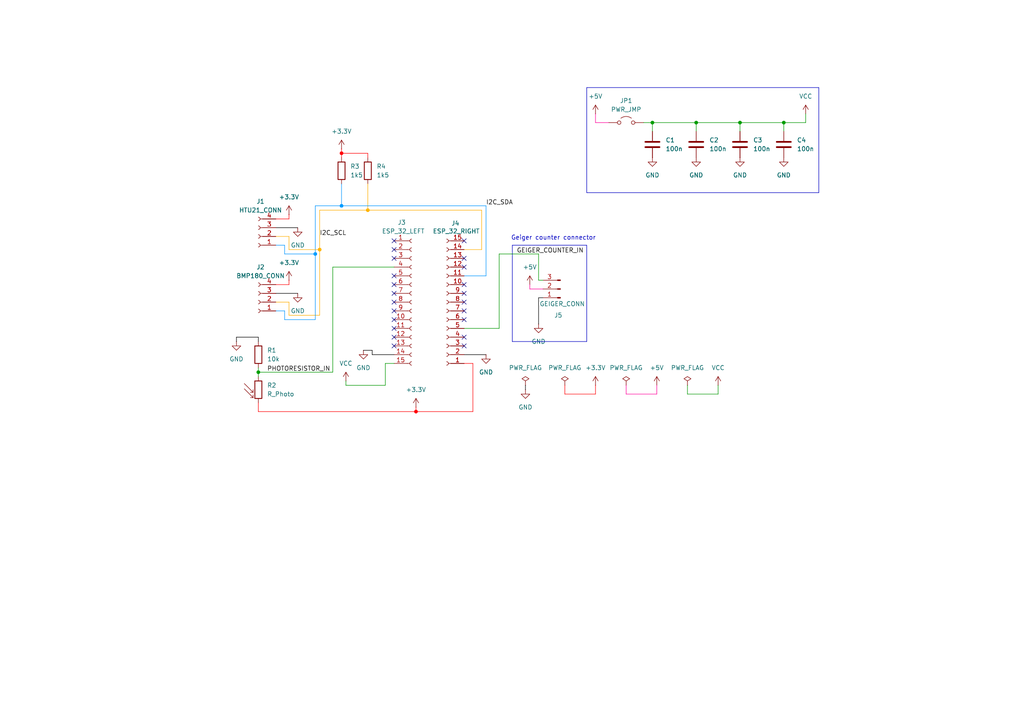
<source format=kicad_sch>
(kicad_sch (version 20250114) (generator "eeschema") (generator_version "9.0")
  (paper "A4")
  (title_block (title "Homepost Dev Board") (date "2025-08-20") (rev "v1.0"))
  (lib_symbols
    (symbol "Connector:Conn_01x03_Pin" (pin_names (offset 1.016) (hide yes))
      (property "Reference" "J" (at 0 5.08 0))
      (property "Value" "Conn_01x03_Pin" (at 0 -5.08 0))
      (symbol "Conn_01x03_Pin_1_1"
        (rectangle (start 0.8636 2.667) (end 0 2.413) (stroke (width 0.1524)) (fill (type outline)))
        (rectangle (start 0.8636 0.127) (end 0 -0.127) (stroke (width 0.1524)) (fill (type outline)))
        (rectangle (start 0.8636 -2.413) (end 0 -2.667) (stroke (width 0.1524)) (fill (type outline)))
        (polyline (pts (xy 1.27 2.54) (xy 0.8636 2.54)) (stroke (width 0.1524)))
        (polyline (pts (xy 1.27 0) (xy 0.8636 0)) (stroke (width 0.1524)))
        (polyline (pts (xy 1.27 -2.54) (xy 0.8636 -2.54)) (stroke (width 0.1524)))
        (pin passive line (at 5.08 2.54 180) (length 3.81) (name "Pin_1") (number "1"))
        (pin passive line (at 5.08 0 180) (length 3.81) (name "Pin_2") (number "2"))
        (pin passive line (at 5.08 -2.54 180) (length 3.81) (name "Pin_3") (number "3"))
      )
    )
    (symbol "Connector:Conn_01x04_Socket" (pin_names (offset 1.016) (hide yes))
      (property "Reference" "J" (at 0 5.08 0))
      (property "Value" "Conn_01x04_Socket" (at 0 -7.62 0))
      (symbol "Conn_01x04_Socket_1_1"
        (polyline (pts (xy -1.27 2.54) (xy -0.508 2.54)) (stroke (width 0.1524)))
        (polyline (pts (xy -1.27 0) (xy -0.508 0)) (stroke (width 0.1524)))
        (polyline (pts (xy -1.27 -2.54) (xy -0.508 -2.54)) (stroke (width 0.1524)))
        (polyline (pts (xy -1.27 -5.08) (xy -0.508 -5.08)) (stroke (width 0.1524)))
        (arc (start 0 2.032) (mid -0.5058 2.54) (end 0 3.048) (stroke (width 0.1524)))
        (arc (start 0 -0.508) (mid -0.5058 0) (end 0 0.508) (stroke (width 0.1524)))
        (arc (start 0 -3.048) (mid -0.5058 -2.54) (end 0 -2.032) (stroke (width 0.1524)))
        (arc (start 0 -5.588) (mid -0.5058 -5.08) (end 0 -4.572) (stroke (width 0.1524)))
        (pin passive line (at -5.08 2.54 0) (length 3.81) (name "Pin_1") (number "1"))
        (pin passive line (at -5.08 0 0) (length 3.81) (name "Pin_2") (number "2"))
        (pin passive line (at -5.08 -2.54 0) (length 3.81) (name "Pin_3") (number "3"))
        (pin passive line (at -5.08 -5.08 0) (length 3.81) (name "Pin_4") (number "4"))
      )
    )
    (symbol "Connector:Conn_01x15_Socket" (pin_names (offset 1.016) (hide yes))
      (property "Reference" "J" (at 0 20.32 0))
      (property "Value" "Conn_01x15_Socket" (at 0 -20.32 0))
      (symbol "Conn_01x15_Socket_1_1"
        (polyline (pts (xy -1.27 17.78) (xy -0.508 17.78)) (stroke (width 0.1524)))
        (polyline (pts (xy -1.27 15.24) (xy -0.508 15.24)) (stroke (width 0.1524)))
        (polyline (pts (xy -1.27 12.7) (xy -0.508 12.7)) (stroke (width 0.1524)))
        (polyline (pts (xy -1.27 10.16) (xy -0.508 10.16)) (stroke (width 0.1524)))
        (polyline (pts (xy -1.27 7.62) (xy -0.508 7.62)) (stroke (width 0.1524)))
        (polyline (pts (xy -1.27 5.08) (xy -0.508 5.08)) (stroke (width 0.1524)))
        (polyline (pts (xy -1.27 2.54) (xy -0.508 2.54)) (stroke (width 0.1524)))
        (polyline (pts (xy -1.27 0) (xy -0.508 0)) (stroke (width 0.1524)))
        (polyline (pts (xy -1.27 -2.54) (xy -0.508 -2.54)) (stroke (width 0.1524)))
        (polyline (pts (xy -1.27 -5.08) (xy -0.508 -5.08)) (stroke (width 0.1524)))
        (polyline (pts (xy -1.27 -7.62) (xy -0.508 -7.62)) (stroke (width 0.1524)))
        (polyline (pts (xy -1.27 -10.16) (xy -0.508 -10.16)) (stroke (width 0.1524)))
        (polyline (pts (xy -1.27 -12.7) (xy -0.508 -12.7)) (stroke (width 0.1524)))
        (polyline (pts (xy -1.27 -15.24) (xy -0.508 -15.24)) (stroke (width 0.1524)))
        (polyline (pts (xy -1.27 -17.78) (xy -0.508 -17.78)) (stroke (width 0.1524)))
        (arc (start 0 17.272) (mid -0.5058 17.78) (end 0 18.288) (stroke (width 0.1524)))
        (arc (start 0 14.732) (mid -0.5058 15.24) (end 0 15.748) (stroke (width 0.1524)))
        (arc (start 0 12.192) (mid -0.5058 12.7) (end 0 13.208) (stroke (width 0.1524)))
        (arc (start 0 9.652) (mid -0.5058 10.16) (end 0 10.668) (stroke (width 0.1524)))
        (arc (start 0 7.112) (mid -0.5058 7.62) (end 0 8.128) (stroke (width 0.1524)))
        (arc (start 0 4.572) (mid -0.5058 5.08) (end 0 5.588) (stroke (width 0.1524)))
        (arc (start 0 2.032) (mid -0.5058 2.54) (end 0 3.048) (stroke (width 0.1524)))
        (arc (start 0 -0.508) (mid -0.5058 0) (end 0 0.508) (stroke (width 0.1524)))
        (arc (start 0 -3.048) (mid -0.5058 -2.54) (end 0 -2.032) (stroke (width 0.1524)))
        (arc (start 0 -5.588) (mid -0.5058 -5.08) (end 0 -4.572) (stroke (width 0.1524)))
        (arc (start 0 -8.128) (mid -0.5058 -7.62) (end 0 -7.112) (stroke (width 0.1524)))
        (arc (start 0 -10.668) (mid -0.5058 -10.16) (end 0 -9.652) (stroke (width 0.1524)))
        (arc (start 0 -13.208) (mid -0.5058 -12.7) (end 0 -12.192) (stroke (width 0.1524)))
        (arc (start 0 -15.748) (mid -0.5058 -15.24) (end 0 -14.732) (stroke (width 0.1524)))
        (arc (start 0 -18.288) (mid -0.5058 -17.78) (end 0 -17.272) (stroke (width 0.1524)))
        (pin passive line (at -5.08 17.78 0) (length 3.81) (name "Pin_1") (number "1"))
        (pin passive line (at -5.08 15.24 0) (length 3.81) (name "Pin_2") (number "2"))
        (pin passive line (at -5.08 12.7 0) (length 3.81) (name "Pin_3") (number "3"))
        (pin passive line (at -5.08 10.16 0) (length 3.81) (name "Pin_4") (number "4"))
        (pin passive line (at -5.08 7.62 0) (length 3.81) (name "Pin_5") (number "5"))
        (pin passive line (at -5.08 5.08 0) (length 3.81) (name "Pin_6") (number "6"))
        (pin passive line (at -5.08 2.54 0) (length 3.81) (name "Pin_7") (number "7"))
        (pin passive line (at -5.08 0 0) (length 3.81) (name "Pin_8") (number "8"))
        (pin passive line (at -5.08 -2.54 0) (length 3.81) (name "Pin_9") (number "9"))
        (pin passive line (at -5.08 -5.08 0) (length 3.81) (name "Pin_10") (number "10"))
        (pin passive line (at -5.08 -7.62 0) (length 3.81) (name "Pin_11") (number "11"))
        (pin passive line (at -5.08 -10.16 0) (length 3.81) (name "Pin_12") (number "12"))
        (pin passive line (at -5.08 -12.7 0) (length 3.81) (name "Pin_13") (number "13"))
        (pin passive line (at -5.08 -15.24 0) (length 3.81) (name "Pin_14") (number "14"))
        (pin passive line (at -5.08 -17.78 0) (length 3.81) (name "Pin_15") (number "15"))
      )
    )
    (symbol "Device:C" (pin_numbers (hide yes)) (pin_names (offset 0.254))
      (property "Reference" "C" (at 0.635 2.54 0))
      (property "Value" "C" (at 0.635 -2.54 0))
      (symbol "C_0_1"
        (polyline (pts (xy -2.032 0.762) (xy 2.032 0.762)) (stroke (width 0.508)))
        (polyline (pts (xy -2.032 -0.762) (xy 2.032 -0.762)) (stroke (width 0.508)))
      )
      (symbol "C_1_1"
        (pin passive line (at 0 3.81 270) (length 2.794) (name "~") (number "1"))
        (pin passive line (at 0 -3.81 90) (length 2.794) (name "~") (number "2"))
      )
    )
    (symbol "Device:R" (pin_numbers (hide yes)) (pin_names (offset 0))
      (property "Reference" "R" (at 2.032 0 90))
      (property "Value" "R" (at 0 0 90))
      (symbol "R_0_1"
        (rectangle (start -1.016 -2.54) (end 1.016 2.54) (stroke (width 0.254)))
      )
      (symbol "R_1_1"
        (pin passive line (at 0 3.81 270) (length 1.27) (name "~") (number "1"))
        (pin passive line (at 0 -3.81 90) (length 1.27) (name "~") (number "2"))
      )
    )
    (symbol "Device:R_Photo" (pin_numbers (hide yes)) (pin_names (offset 0))
      (property "Reference" "R" (at 1.27 1.27 0))
      (property "Value" "R_Photo" (at 1.27 0 0))
      (symbol "R_Photo_0_1"
        (polyline (pts (xy -1.524 -0.762) (xy -4.064 1.778)))
        (polyline (pts (xy -1.524 -0.762) (xy -2.286 -0.762)))
        (polyline (pts (xy -1.524 -0.762) (xy -1.524 0)))
        (polyline (pts (xy -1.524 -2.286) (xy -4.064 0.254)))
        (polyline (pts (xy -1.524 -2.286) (xy -2.286 -2.286)))
        (polyline (pts (xy -1.524 -2.286) (xy -1.524 -1.524)))
        (rectangle (start -1.016 2.54) (end 1.016 -2.54) (stroke (width 0.254)))
      )
      (symbol "R_Photo_1_1"
        (pin passive line (at 0 3.81 270) (length 1.27) (name "~") (number "1"))
        (pin passive line (at 0 -3.81 90) (length 1.27) (name "~") (number "2"))
      )
    )
    (symbol "Jumper:Jumper_2_Open" (pin_numbers (hide yes)) (pin_names (offset 0) (hide yes))
      (property "Reference" "JP" (at 0 2.794 0))
      (property "Value" "Jumper_2_Open" (at 0 -2.286 0))
      (symbol "Jumper_2_Open_0_0"
        (circle (center -2.032 0) (radius 0.508))
        (circle (center 2.032 0) (radius 0.508))
      )
      (symbol "Jumper_2_Open_0_1"
        (arc (start -1.524 1.27) (mid 0 1.778) (end 1.524 1.27))
      )
      (symbol "Jumper_2_Open_1_1"
        (pin passive line (at -5.08 0 0) (length 2.54) (name "A") (number "1"))
        (pin passive line (at 5.08 0 180) (length 2.54) (name "B") (number "2"))
      )
    )
    (symbol "power:+3.3V" (power) (pin_numbers (hide yes)) (pin_names (offset 0) (hide yes))
      (property "Value" "+3.3V" (at 0 3.556 0))
      (symbol "+3.3V_0_1"
        (polyline (pts (xy -0.762 1.27) (xy 0 2.54)))
        (polyline (pts (xy 0 2.54) (xy 0.762 1.27)))
        (polyline (pts (xy 0 0) (xy 0 2.54)))
      )
      (symbol "+3.3V_1_1"
        (pin power_in line (at 0 0 90) (length 0) (name "~") (number "1"))
      )
    )
    (symbol "power:+5V" (power) (pin_numbers (hide yes)) (pin_names (offset 0) (hide yes))
      (property "Value" "+5V" (at 0 3.556 0))
      (symbol "+5V_0_1"
        (polyline (pts (xy -0.762 1.27) (xy 0 2.54)))
        (polyline (pts (xy 0 2.54) (xy 0.762 1.27)))
        (polyline (pts (xy 0 0) (xy 0 2.54)))
      )
      (symbol "+5V_1_1"
        (pin power_in line (at 0 0 90) (length 0) (name "~") (number "1"))
      )
    )
    (symbol "power:GND" (power) (pin_numbers (hide yes)) (pin_names (offset 0) (hide yes))
      (property "Value" "GND" (at 0 -3.81 0))
      (symbol "GND_0_1"
        (polyline (pts (xy 0 0) (xy 0 -1.27) (xy 1.27 -1.27) (xy 0 -2.54) (xy -1.27 -1.27) (xy 0 -1.27)))
      )
      (symbol "GND_1_1"
        (pin power_in line (at 0 0 270) (length 0) (name "~") (number "1"))
      )
    )
    (symbol "power:PWR_FLAG" (power) (pin_numbers (hide yes)) (pin_names (offset 0) (hide yes))
      (property "Value" "PWR_FLAG" (at 0 3.81 0))
      (symbol "PWR_FLAG_0_0"
        (pin power_out line (at 0 0 90) (length 0) (name "~") (number "1"))
      )
      (symbol "PWR_FLAG_0_1"
        (polyline (pts (xy 0 0) (xy 0 1.27) (xy -1.016 1.905) (xy 0 2.54) (xy 1.016 1.905) (xy 0 1.27)))
      )
    )
    (symbol "power:VCC" (power) (pin_numbers (hide yes)) (pin_names (offset 0) (hide yes))
      (property "Value" "VCC" (at 0 3.556 0))
      (symbol "VCC_0_1"
        (polyline (pts (xy -0.762 1.27) (xy 0 2.54)))
        (polyline (pts (xy 0 2.54) (xy 0.762 1.27)))
        (polyline (pts (xy 0 0) (xy 0 2.54)))
      )
      (symbol "VCC_1_1"
        (pin power_in line (at 0 0 90) (length 0) (name "~") (number "1"))
      )
    )
  )
  (text "Geiger counter connector" (at 160.528 69.088 0) (effects (font (size 1.27 1.27))))
  (junction (at 91.44 73.66) (color 0 149 255 1))
  (junction (at 120.65 119.38) (color 255 0 4 1))
  (junction (at 74.93 107.95))
  (junction (at 99.06 44.45) (color 255 0 4 1))
  (junction (at 99.06 59.69) (color 0 149 255 1))
  (junction (at 92.71 72.39) (color 255 174 0 1))
  (junction (at 214.63 35.56))
  (junction (at 189.23 35.56))
  (junction (at 106.68 60.96) (color 255 174 0 1))
  (junction (at 227.33 35.56))
  (junction (at 201.93 35.56))
  (no_connect (at 134.62 69.85))
  (no_connect (at 134.62 85.09))
  (no_connect (at 114.3 87.63))
  (no_connect (at 134.62 74.93))
  (no_connect (at 114.3 74.93))
  (no_connect (at 134.62 90.17))
  (no_connect (at 114.3 95.25))
  (no_connect (at 134.62 100.33))
  (no_connect (at 114.3 72.39))
  (no_connect (at 134.62 92.71))
  (no_connect (at 114.3 85.09))
  (no_connect (at 134.62 87.63))
  (no_connect (at 114.3 80.01))
  (no_connect (at 134.62 77.47))
  (no_connect (at 114.3 90.17))
  (no_connect (at 114.3 97.79))
  (no_connect (at 134.62 97.79))
  (no_connect (at 114.3 92.71))
  (no_connect (at 114.3 82.55))
  (no_connect (at 114.3 100.33))
  (no_connect (at 114.3 69.85))
  (no_connect (at 134.62 82.55))
  (wire (pts (xy 80.01 85.09) (xy 86.36 85.09)) (stroke (width 0) (color 0 0 0 1)))
  (wire (pts (xy 140.97 59.69) (xy 99.06 59.69)) (stroke (width 0) (color 0 149 255 1)))
  (wire (pts (xy 233.68 33.02) (xy 233.68 35.56)))
  (wire (pts (xy 99.06 44.45) (xy 99.06 45.72)) (stroke (width 0) (color 255 0 4 1)))
  (wire (pts (xy 199.39 114.3) (xy 208.28 114.3)))
  (wire (pts (xy 186.69 35.56) (xy 189.23 35.56)))
  (polyline (pts (xy 170.18 55.88) (xy 237.49 55.88)))
  (wire (pts (xy 190.5 114.3) (xy 190.5 111.76)) (stroke (width 0) (color 255 0 154 1)))
  (wire (pts (xy 92.71 72.39) (xy 92.71 91.44)) (stroke (width 0) (color 255 174 0 1)))
  (wire (pts (xy 68.58 99.06) (xy 68.58 97.79)) (stroke (width 0) (color 0 0 0 1)))
  (wire (pts (xy 74.93 107.95) (xy 74.93 109.22)))
  (wire (pts (xy 99.06 53.34) (xy 99.06 59.69)) (stroke (width 0) (color 0 149 255 1)))
  (wire (pts (xy 152.4 111.76) (xy 152.4 113.03)) (stroke (width 0) (color 0 0 0 1)))
  (wire (pts (xy 140.97 80.01) (xy 140.97 59.69)) (stroke (width 0) (color 0 149 255 1)))
  (wire (pts (xy 172.72 114.3) (xy 172.72 111.76)) (stroke (width 0) (color 255 0 4 1)))
  (wire (pts (xy 156.21 81.28) (xy 156.21 73.66)))
  (wire (pts (xy 107.95 101.6) (xy 107.95 102.87)) (stroke (width 0) (color 0 0 0 1)))
  (wire (pts (xy 82.55 73.66) (xy 91.44 73.66)) (stroke (width 0) (color 0 149 255 1)))
  (wire (pts (xy 163.83 114.3) (xy 172.72 114.3)) (stroke (width 0) (color 255 0 4 1)))
  (wire (pts (xy 80.01 66.04) (xy 86.36 66.04)) (stroke (width 0) (color 0 0 0 1)))
  (wire (pts (xy 107.95 101.6) (xy 105.41 101.6)) (stroke (width 0) (color 0 0 0 1)))
  (wire (pts (xy 114.3 77.47) (xy 96.52 77.47)))
  (wire (pts (xy 100.33 110.49) (xy 100.33 111.76)))
  (wire (pts (xy 83.82 63.5) (xy 83.82 62.23)) (stroke (width 0) (color 255 0 4 1)))
  (wire (pts (xy 153.67 83.82) (xy 157.48 83.82)) (stroke (width 0) (color 255 0 154 1)))
  (wire (pts (xy 227.33 35.56) (xy 233.68 35.56)))
  (wire (pts (xy 139.7 72.39) (xy 139.7 60.96)) (stroke (width 0) (color 255 174 0 1)))
  (polyline (pts (xy 148.59 71.12) (xy 170.18 71.12)))
  (wire (pts (xy 74.93 106.68) (xy 74.93 107.95)))
  (wire (pts (xy 120.65 119.38) (xy 120.65 118.11)) (stroke (width 0) (color 255 0 4 1)))
  (wire (pts (xy 80.01 63.5) (xy 83.82 63.5)) (stroke (width 0) (color 255 0 4 1)))
  (wire (pts (xy 144.78 73.66) (xy 156.21 73.66)))
  (wire (pts (xy 208.28 114.3) (xy 208.28 111.76)))
  (wire (pts (xy 74.93 97.79) (xy 74.93 99.06)) (stroke (width 0) (color 0 0 0 1)))
  (wire (pts (xy 100.33 111.76) (xy 111.76 111.76)))
  (wire (pts (xy 181.61 114.3) (xy 190.5 114.3)) (stroke (width 0) (color 255 0 154 1)))
  (polyline (pts (xy 148.59 71.12) (xy 148.59 99.06)))
  (polyline (pts (xy 237.49 55.88) (xy 237.49 25.4)))
  (polyline (pts (xy 170.18 25.4) (xy 237.49 25.4)))
  (wire (pts (xy 106.68 60.96) (xy 139.7 60.96)) (stroke (width 0) (color 255 174 0 1)))
  (wire (pts (xy 83.82 87.63) (xy 83.82 91.44)) (stroke (width 0) (color 255 174 0 1)))
  (wire (pts (xy 106.68 53.34) (xy 106.68 60.96)) (stroke (width 0) (color 255 174 0 1)))
  (wire (pts (xy 134.62 95.25) (xy 144.78 95.25)))
  (wire (pts (xy 74.93 107.95) (xy 96.52 107.95)))
  (wire (pts (xy 137.16 105.41) (xy 137.16 119.38)) (stroke (width 0) (color 255 0 4 1)))
  (wire (pts (xy 181.61 111.76) (xy 181.61 114.3)) (stroke (width 0) (color 255 0 154 1)))
  (wire (pts (xy 74.93 119.38) (xy 74.93 116.84)) (stroke (width 0) (color 255 0 4 1)))
  (wire (pts (xy 82.55 71.12) (xy 82.55 73.66)) (stroke (width 0) (color 0 149 255 1)))
  (wire (pts (xy 214.63 35.56) (xy 214.63 38.1)))
  (wire (pts (xy 156.21 86.36) (xy 157.48 86.36)) (stroke (width 0) (color 0 0 0 1)))
  (wire (pts (xy 172.72 35.56) (xy 176.53 35.56)) (stroke (width 0) (color 255 0 154 1)))
  (wire (pts (xy 172.72 33.02) (xy 172.72 35.56)) (stroke (width 0) (color 255 0 154 1)))
  (wire (pts (xy 189.23 35.56) (xy 189.23 38.1)))
  (wire (pts (xy 156.21 81.28) (xy 157.48 81.28)))
  (wire (pts (xy 106.68 45.72) (xy 106.68 44.45)) (stroke (width 0) (color 255 0 4 1)))
  (wire (pts (xy 91.44 73.66) (xy 91.44 92.71)) (stroke (width 0) (color 0 149 255 1)))
  (wire (pts (xy 163.83 111.76) (xy 163.83 114.3)) (stroke (width 0) (color 255 0 4 1)))
  (wire (pts (xy 106.68 60.96) (xy 92.71 60.96)) (stroke (width 0) (color 255 174 0 1)))
  (wire (pts (xy 140.97 80.01) (xy 134.62 80.01)) (stroke (width 0) (color 0 149 255 1)))
  (wire (pts (xy 82.55 92.71) (xy 91.44 92.71)) (stroke (width 0) (color 0 149 255 1)))
  (polyline (pts (xy 148.59 99.06) (xy 170.18 99.06)))
  (wire (pts (xy 199.39 111.76) (xy 199.39 114.3)))
  (polyline (pts (xy 170.18 25.4) (xy 170.18 55.88)))
  (wire (pts (xy 74.93 119.38) (xy 120.65 119.38)) (stroke (width 0) (color 255 0 4 1)))
  (polyline (pts (xy 170.18 99.06) (xy 170.18 71.12)))
  (wire (pts (xy 80.01 87.63) (xy 83.82 87.63)) (stroke (width 0) (color 255 174 0 1)))
  (wire (pts (xy 80.01 90.17) (xy 82.55 90.17)) (stroke (width 0) (color 0 149 255 1)))
  (wire (pts (xy 68.58 97.79) (xy 74.93 97.79)) (stroke (width 0) (color 0 0 0 1)))
  (wire (pts (xy 91.44 59.69) (xy 91.44 73.66)) (stroke (width 0) (color 0 149 255 1)))
  (wire (pts (xy 80.01 68.58) (xy 83.82 68.58)) (stroke (width 0) (color 255 174 0 1)))
  (wire (pts (xy 83.82 72.39) (xy 92.71 72.39)) (stroke (width 0) (color 255 174 0 1)))
  (wire (pts (xy 83.82 82.55) (xy 83.82 81.28)) (stroke (width 0) (color 255 0 4 1)))
  (wire (pts (xy 114.3 102.87) (xy 107.95 102.87)) (stroke (width 0) (color 0 0 0 1)))
  (wire (pts (xy 82.55 90.17) (xy 82.55 92.71)) (stroke (width 0) (color 0 149 255 1)))
  (wire (pts (xy 99.06 44.45) (xy 106.68 44.45)) (stroke (width 0) (color 255 0 4 1)))
  (wire (pts (xy 80.01 82.55) (xy 83.82 82.55)) (stroke (width 0) (color 255 0 4 1)))
  (wire (pts (xy 214.63 35.56) (xy 227.33 35.56)))
  (wire (pts (xy 99.06 43.18) (xy 99.06 44.45)) (stroke (width 0) (color 255 0 4 1)))
  (wire (pts (xy 144.78 95.25) (xy 144.78 73.66)))
  (wire (pts (xy 201.93 35.56) (xy 201.93 38.1)))
  (wire (pts (xy 120.65 119.38) (xy 137.16 119.38)) (stroke (width 0) (color 255 0 4 1)))
  (wire (pts (xy 83.82 91.44) (xy 92.71 91.44)) (stroke (width 0) (color 255 174 0 1)))
  (wire (pts (xy 140.97 102.87) (xy 134.62 102.87)) (stroke (width 0) (color 0 0 0 1)))
  (wire (pts (xy 83.82 68.58) (xy 83.82 72.39)) (stroke (width 0) (color 255 174 0 1)))
  (wire (pts (xy 201.93 35.56) (xy 214.63 35.56)))
  (wire (pts (xy 189.23 35.56) (xy 201.93 35.56)))
  (wire (pts (xy 99.06 59.69) (xy 91.44 59.69)) (stroke (width 0) (color 0 149 255 1)))
  (wire (pts (xy 96.52 77.47) (xy 96.52 107.95)))
  (wire (pts (xy 227.33 35.56) (xy 227.33 38.1)))
  (wire (pts (xy 134.62 105.41) (xy 137.16 105.41)) (stroke (width 0) (color 255 0 4 1)))
  (wire (pts (xy 153.67 83.82) (xy 153.67 82.55)) (stroke (width 0) (color 255 0 154 1)))
  (wire (pts (xy 111.76 105.41) (xy 114.3 105.41)))
  (wire (pts (xy 134.62 72.39) (xy 139.7 72.39)) (stroke (width 0) (color 255 174 0 1)))
  (wire (pts (xy 156.21 93.98) (xy 156.21 86.36)) (stroke (width 0) (color 0 0 0 1)))
  (wire (pts (xy 111.76 111.76) (xy 111.76 105.41)))
  (wire (pts (xy 92.71 60.96) (xy 92.71 72.39)) (stroke (width 0) (color 255 174 0 1)))
  (wire (pts (xy 80.01 71.12) (xy 82.55 71.12)) (stroke (width 0) (color 0 149 255 1)))
  (label "I2C_SDA" (at 140.97 59.69 0))
  (label "I2C_SCL" (at 92.71 68.58 0))
  (label "GEIGER_COUNTER_IN" (at 149.86 73.66 0))
  (label "PHOTORESISTOR_IN" (at 77.47 107.95 0))
  (symbol (lib_id "Device:C") (at 189.23 41.91 0) (unit 1)
    (property "Reference" "C1" (at 193.04 40.6399 0) (effects (justify left)))
    (property "Value" "100n" (at 193.04 43.1799 0) (effects (justify left)))
    (property "Footprint" "Capacitor_SMD:C_0402_1005Metric" (effects (hide yes)))
    (property "Description" "Unpolarized capacitor" (effects (hide yes)))
  )
  (symbol (lib_id "Device:C") (at 214.63 41.91 0) (unit 1)
    (property "Reference" "C3" (at 218.44 40.6399 0) (effects (justify left)))
    (property "Value" "100n" (at 218.44 43.1799 0) (effects (justify left)))
    (property "Footprint" "Capacitor_SMD:C_0402_1005Metric" (effects (hide yes)))
    (property "Description" "Unpolarized capacitor" (effects (hide yes)))
  )
  (symbol (lib_id "power:+3.3V") (at 120.65 118.11 0) (unit 1)
    (property "Reference" "#PWR09" (effects (hide yes)))
    (property "Value" "+3.3V" (at 120.65 113.03 0))
    (property "Description" "Power symbol creates a global label with name \"+3.3V\"" (effects (hide yes)))
  )
  (symbol (lib_id "Connector:Conn_01x15_Socket") (at 129.54 87.63 180) (unit 1)
    (property "Reference" "J4" (at 132.08 64.77 0))
    (property "Value" "ESP_32_RIGHT" (at 132.334 67.056 0))
    (property "Footprint" "Connector_PinSocket_2.54mm:PinSocket_1x15_P2.54mm_Vertical" (effects (hide yes)))
    (property "Description" "Generic connector, single row, 01x15, script generated" (effects (hide yes)))
  )
  (symbol (lib_id "Device:R") (at 74.93 102.87 0) (unit 1)
    (property "Reference" "R1" (at 77.47 101.5999 0) (effects (justify left)))
    (property "Value" "10k" (at 77.47 104.1399 0) (effects (justify left)))
    (property "Footprint" "Resistor_THT:R_Axial_DIN0204_L3.6mm_D1.6mm_P5.08mm_Horizontal" (effects (hide yes)))
    (property "Description" "Resistor" (effects (hide yes)))
  )
  (symbol (lib_id "power:GND") (at 86.36 85.09 0) (unit 1)
    (property "Reference" "#PWR05" (effects (hide yes)))
    (property "Value" "GND" (at 86.36 90.17 0))
    (property "Description" "Power symbol creates a global label with name \"GND\" , ground" (effects (hide yes)))
  )
  (symbol (lib_id "power:+3.3V") (at 83.82 81.28 0) (unit 1)
    (property "Reference" "#PWR03" (effects (hide yes)))
    (property "Value" "+3.3V" (at 83.82 76.2 0))
    (property "Description" "Power symbol creates a global label with name \"+3.3V\"" (effects (hide yes)))
  )
  (symbol (lib_id "power:GND") (at 227.33 45.72 0) (unit 1)
    (property "Reference" "#PWR020" (effects (hide yes)))
    (property "Value" "GND" (at 227.33 50.8 0))
    (property "Description" "Power symbol creates a global label with name \"GND\" , ground" (effects (hide yes)))
  )
  (symbol (lib_id "power:GND") (at 189.23 45.72 0) (unit 1)
    (property "Reference" "#PWR015" (effects (hide yes)))
    (property "Value" "GND" (at 189.23 50.8 0))
    (property "Description" "Power symbol creates a global label with name \"GND\" , ground" (effects (hide yes)))
  )
  (symbol (lib_id "power:+3.3V") (at 83.82 62.23 0) (unit 1)
    (property "Reference" "#PWR02" (effects (hide yes)))
    (property "Value" "+3.3V" (at 83.82 57.15 0))
    (property "Description" "Power symbol creates a global label with name \"+3.3V\"" (effects (hide yes)))
  )
  (symbol (lib_id "Device:R_Photo") (at 74.93 113.03 0) (unit 1)
    (property "Reference" "R2" (at 77.47 111.7599 0) (effects (justify left)))
    (property "Value" "R_Photo" (at 77.47 114.2999 0) (effects (justify left)))
    (property "Footprint" "Resistor_THT:R_Axial_DIN0204_L3.6mm_D1.6mm_P5.08mm_Horizontal" (effects (hide yes)))
    (property "Description" "Photoresistor" (effects (hide yes)))
  )
  (symbol (lib_id "Connector:Conn_01x03_Pin") (at 162.56 83.82 180) (unit 1)
    (property "Reference" "J5" (at 161.925 91.44 0))
    (property "Value" "GEIGER_CONN" (at 163.068 88.138 0))
    (property "Footprint" "Connector_PinHeader_2.54mm:PinHeader_1x03_P2.54mm_Vertical" (effects (hide yes)))
    (property "Description" "Generic connector, single row, 01x03, script generated" (effects (hide yes)))
  )
  (symbol (lib_id "Device:R") (at 106.68 49.53 0) (unit 1)
    (property "Reference" "R4" (at 109.22 48.2599 0) (effects (justify left)))
    (property "Value" "1k5" (at 109.22 50.7999 0) (effects (justify left)))
    (property "Footprint" "Resistor_SMD:R_0402_1005Metric" (effects (hide yes)))
    (property "Description" "Resistor" (effects (hide yes)))
  )
  (symbol (lib_id "power:VCC") (at 233.68 33.02 0) (unit 1)
    (property "Reference" "#PWR021" (effects (hide yes)))
    (property "Value" "VCC" (at 233.68 27.94 0))
    (property "Description" "Power symbol creates a global label with name \"VCC\"" (effects (hide yes)))
  )
  (symbol (lib_id "power:PWR_FLAG") (at 181.61 111.76 0) (unit 1)
    (property "Reference" "#FLG03" (effects (hide yes)))
    (property "Value" "PWR_FLAG" (at 181.61 106.68 0))
    (property "Description" "Special symbol for telling ERC where power comes from" (effects (hide yes)))
  )
  (symbol (lib_id "power:+3.3V") (at 99.06 43.18 0) (unit 1)
    (property "Reference" "#PWR06" (effects (hide yes)))
    (property "Value" "+3.3V" (at 99.06 38.1 0))
    (property "Description" "Power symbol creates a global label with name \"+3.3V\"" (effects (hide yes)))
  )
  (symbol (lib_id "Connector:Conn_01x04_Socket") (at 74.93 68.58 180) (unit 1)
    (property "Reference" "J1" (at 75.565 58.42 0))
    (property "Value" "HTU21_CONN" (at 75.565 60.96 0))
    (property "Footprint" "Connector_PinSocket_2.54mm:PinSocket_1x04_P2.54mm_Vertical" (effects (hide yes)))
    (property "Description" "Generic connector, single row, 01x04, script generated" (effects (hide yes)))
  )
  (symbol (lib_id "power:PWR_FLAG") (at 199.39 111.76 0) (unit 1)
    (property "Reference" "#FLG04" (effects (hide yes)))
    (property "Value" "PWR_FLAG" (at 199.39 106.68 0))
    (property "Description" "Special symbol for telling ERC where power comes from" (effects (hide yes)))
  )
  (symbol (lib_id "Connector:Conn_01x15_Socket") (at 119.38 87.63 0) (unit 1)
    (property "Reference" "J3" (at 115.316 64.516 0) (effects (justify left)))
    (property "Value" "ESP_32_LEFT" (at 110.744 67.056 0) (effects (justify left)))
    (property "Footprint" "Connector_PinSocket_2.54mm:PinSocket_1x15_P2.54mm_Vertical" (effects (hide yes)))
    (property "Description" "Generic connector, single row, 01x15, script generated" (effects (hide yes)))
  )
  (symbol (lib_id "power:VCC") (at 208.28 111.76 0) (unit 1)
    (property "Reference" "#PWR018" (effects (hide yes)))
    (property "Value" "VCC" (at 208.28 106.68 0))
    (property "Description" "Power symbol creates a global label with name \"VCC\"" (effects (hide yes)))
  )
  (symbol (lib_id "power:GND") (at 201.93 45.72 0) (unit 1)
    (property "Reference" "#PWR017" (effects (hide yes)))
    (property "Value" "GND" (at 201.93 50.8 0))
    (property "Description" "Power symbol creates a global label with name \"GND\" , ground" (effects (hide yes)))
  )
  (symbol (lib_id "power:PWR_FLAG") (at 152.4 111.76 0) (unit 1)
    (property "Reference" "#FLG01" (effects (hide yes)))
    (property "Value" "PWR_FLAG" (at 152.4 106.68 0))
    (property "Description" "Special symbol for telling ERC where power comes from" (effects (hide yes)))
  )
  (symbol (lib_id "power:+5V") (at 172.72 33.02 0) (unit 1)
    (property "Reference" "#PWR013" (effects (hide yes)))
    (property "Value" "+5V" (at 172.72 27.94 0))
    (property "Description" "Power symbol creates a global label with name \"+5V\"" (effects (hide yes)))
  )
  (symbol (lib_id "Device:R") (at 99.06 49.53 0) (unit 1)
    (property "Reference" "R3" (at 101.6 48.2599 0) (effects (justify left)))
    (property "Value" "1k5" (at 101.6 50.7999 0) (effects (justify left)))
    (property "Footprint" "Resistor_SMD:R_0402_1005Metric" (effects (hide yes)))
    (property "Description" "Resistor" (effects (hide yes)))
  )
  (symbol (lib_id "Connector:Conn_01x04_Socket") (at 74.93 87.63 180) (unit 1)
    (property "Reference" "J2" (at 75.565 77.47 0))
    (property "Value" "BMP180_CONN" (at 75.565 80.01 0))
    (property "Footprint" "Connector_PinSocket_2.54mm:PinSocket_1x04_P2.54mm_Vertical" (effects (hide yes)))
    (property "Description" "Generic connector, single row, 01x04, script generated" (effects (hide yes)))
  )
  (symbol (lib_id "power:GND") (at 152.4 113.03 0) (unit 1)
    (property "Reference" "#PWR011" (effects (hide yes)))
    (property "Value" "GND" (at 152.4 118.11 0))
    (property "Description" "Power symbol creates a global label with name \"GND\" , ground" (effects (hide yes)))
  )
  (symbol (lib_id "power:+5V") (at 190.5 111.76 0) (unit 1)
    (property "Reference" "#PWR016" (effects (hide yes)))
    (property "Value" "+5V" (at 190.5 106.68 0))
    (property "Description" "Power symbol creates a global label with name \"+5V\"" (effects (hide yes)))
  )
  (symbol (lib_id "power:GND") (at 86.36 66.04 0) (unit 1)
    (property "Reference" "#PWR04" (effects (hide yes)))
    (property "Value" "GND" (at 86.36 71.12 0))
    (property "Description" "Power symbol creates a global label with name \"GND\" , ground" (effects (hide yes)))
  )
  (symbol (lib_id "Jumper:Jumper_2_Open") (at 181.61 35.56 0) (unit 1)
    (property "Reference" "JP1" (at 181.61 29.21 0))
    (property "Value" "PWR_JMP" (at 181.61 31.75 0))
    (property "Footprint" "Connector_PinHeader_2.54mm:PinHeader_1x02_P2.54mm_Vertical" (effects (hide yes)))
    (property "Description" "Jumper, 2-pole, open" (effects (hide yes)))
  )
  (symbol (lib_id "power:GND") (at 214.63 45.72 0) (unit 1)
    (property "Reference" "#PWR019" (effects (hide yes)))
    (property "Value" "GND" (at 214.63 50.8 0))
    (property "Description" "Power symbol creates a global label with name \"GND\" , ground" (effects (hide yes)))
  )
  (symbol (lib_id "power:GND") (at 156.21 93.98 0) (unit 1)
    (property "Reference" "#PWR010" (effects (hide yes)))
    (property "Value" "GND" (at 156.21 99.06 0))
    (property "Description" "Power symbol creates a global label with name \"GND\" , ground" (effects (hide yes)))
  )
  (symbol (lib_id "Device:C") (at 201.93 41.91 0) (unit 1)
    (property "Reference" "C2" (at 205.74 40.6399 0) (effects (justify left)))
    (property "Value" "100n" (at 205.74 43.1799 0) (effects (justify left)))
    (property "Footprint" "Capacitor_SMD:C_0402_1005Metric" (effects (hide yes)))
    (property "Description" "Unpolarized capacitor" (effects (hide yes)))
  )
  (symbol (lib_id "Device:C") (at 227.33 41.91 0) (unit 1)
    (property "Reference" "C4" (at 231.14 40.6399 0) (effects (justify left)))
    (property "Value" "100n" (at 231.14 43.1799 0) (effects (justify left)))
    (property "Footprint" "Capacitor_SMD:C_0402_1005Metric" (effects (hide yes)))
    (property "Description" "Unpolarized capacitor" (effects (hide yes)))
  )
  (symbol (lib_id "power:GND") (at 68.58 99.06 0) (unit 1)
    (property "Reference" "#PWR01" (effects (hide yes)))
    (property "Value" "GND" (at 68.58 104.14 0))
    (property "Description" "Power symbol creates a global label with name \"GND\" , ground" (effects (hide yes)))
  )
  (symbol (lib_id "power:VCC") (at 100.33 110.49 0) (unit 1)
    (property "Reference" "#PWR07" (effects (hide yes)))
    (property "Value" "VCC" (at 100.33 105.41 0))
    (property "Description" "Power symbol creates a global label with name \"VCC\"" (effects (hide yes)))
  )
  (symbol (lib_id "power:GND") (at 140.97 102.87 0) (unit 1)
    (property "Reference" "#PWR022" (effects (hide yes)))
    (property "Value" "GND" (at 140.97 107.95 0))
    (property "Description" "Power symbol creates a global label with name \"GND\" , ground" (effects (hide yes)))
  )
  (symbol (lib_id "power:+5V") (at 153.67 82.55 0) (unit 1)
    (property "Reference" "#PWR012" (effects (hide yes)))
    (property "Value" "+5V" (at 153.67 77.47 0))
    (property "Description" "Power symbol creates a global label with name \"+5V\"" (effects (hide yes)))
  )
  (symbol (lib_id "power:PWR_FLAG") (at 163.83 111.76 0) (unit 1)
    (property "Reference" "#FLG02" (effects (hide yes)))
    (property "Value" "PWR_FLAG" (at 163.83 106.68 0))
    (property "Description" "Special symbol for telling ERC where power comes from" (effects (hide yes)))
  )
  (symbol (lib_id "power:GND") (at 105.41 101.6 0) (unit 1)
    (property "Reference" "#PWR08" (effects (hide yes)))
    (property "Value" "GND" (at 105.41 106.68 0))
    (property "Description" "Power symbol creates a global label with name \"GND\" , ground" (effects (hide yes)))
  )
  (symbol (lib_id "power:+3.3V") (at 172.72 111.76 0) (unit 1)
    (property "Reference" "#PWR014" (effects (hide yes)))
    (property "Value" "+3.3V" (at 172.72 106.68 0))
    (property "Description" "Power symbol creates a global label with name \"+3.3V\"" (effects (hide yes)))
  )
)
</source>
